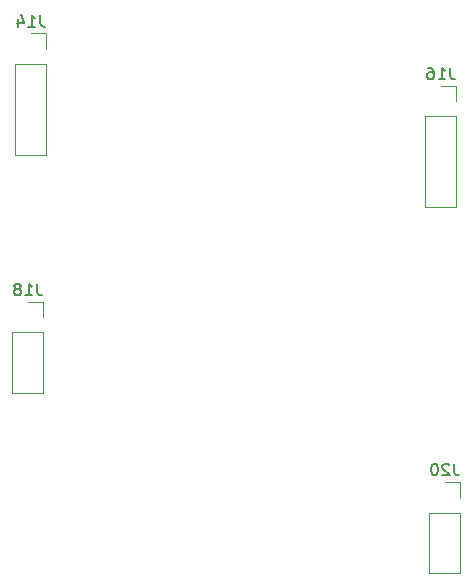
<source format=gbr>
%TF.GenerationSoftware,KiCad,Pcbnew,(6.0.4)*%
%TF.CreationDate,2022-06-07T17:20:58+01:00*%
%TF.ProjectId,control-board,636f6e74-726f-46c2-9d62-6f6172642e6b,rev?*%
%TF.SameCoordinates,Original*%
%TF.FileFunction,Legend,Bot*%
%TF.FilePolarity,Positive*%
%FSLAX46Y46*%
G04 Gerber Fmt 4.6, Leading zero omitted, Abs format (unit mm)*
G04 Created by KiCad (PCBNEW (6.0.4)) date 2022-06-07 17:20:58*
%MOMM*%
%LPD*%
G01*
G04 APERTURE LIST*
%ADD10C,0.150000*%
%ADD11C,0.120000*%
G04 APERTURE END LIST*
D10*
%TO.C,J14*%
X18467523Y-25696380D02*
X18467523Y-26410666D01*
X18515142Y-26553523D01*
X18610380Y-26648761D01*
X18753238Y-26696380D01*
X18848476Y-26696380D01*
X17467523Y-26696380D02*
X18038952Y-26696380D01*
X17753238Y-26696380D02*
X17753238Y-25696380D01*
X17848476Y-25839238D01*
X17943714Y-25934476D01*
X18038952Y-25982095D01*
X16610380Y-26029714D02*
X16610380Y-26696380D01*
X16848476Y-25648761D02*
X17086571Y-26363047D01*
X16467523Y-26363047D01*
%TO.C,J20*%
X53519523Y-63676380D02*
X53519523Y-64390666D01*
X53567142Y-64533523D01*
X53662380Y-64628761D01*
X53805238Y-64676380D01*
X53900476Y-64676380D01*
X53090952Y-63771619D02*
X53043333Y-63724000D01*
X52948095Y-63676380D01*
X52710000Y-63676380D01*
X52614761Y-63724000D01*
X52567142Y-63771619D01*
X52519523Y-63866857D01*
X52519523Y-63962095D01*
X52567142Y-64104952D01*
X53138571Y-64676380D01*
X52519523Y-64676380D01*
X51900476Y-63676380D02*
X51805238Y-63676380D01*
X51710000Y-63724000D01*
X51662380Y-63771619D01*
X51614761Y-63866857D01*
X51567142Y-64057333D01*
X51567142Y-64295428D01*
X51614761Y-64485904D01*
X51662380Y-64581142D01*
X51710000Y-64628761D01*
X51805238Y-64676380D01*
X51900476Y-64676380D01*
X51995714Y-64628761D01*
X52043333Y-64581142D01*
X52090952Y-64485904D01*
X52138571Y-64295428D01*
X52138571Y-64057333D01*
X52090952Y-63866857D01*
X52043333Y-63771619D01*
X51995714Y-63724000D01*
X51900476Y-63676380D01*
%TO.C,J18*%
X18213523Y-48430380D02*
X18213523Y-49144666D01*
X18261142Y-49287523D01*
X18356380Y-49382761D01*
X18499238Y-49430380D01*
X18594476Y-49430380D01*
X17213523Y-49430380D02*
X17784952Y-49430380D01*
X17499238Y-49430380D02*
X17499238Y-48430380D01*
X17594476Y-48573238D01*
X17689714Y-48668476D01*
X17784952Y-48716095D01*
X16642095Y-48858952D02*
X16737333Y-48811333D01*
X16784952Y-48763714D01*
X16832571Y-48668476D01*
X16832571Y-48620857D01*
X16784952Y-48525619D01*
X16737333Y-48478000D01*
X16642095Y-48430380D01*
X16451619Y-48430380D01*
X16356380Y-48478000D01*
X16308761Y-48525619D01*
X16261142Y-48620857D01*
X16261142Y-48668476D01*
X16308761Y-48763714D01*
X16356380Y-48811333D01*
X16451619Y-48858952D01*
X16642095Y-48858952D01*
X16737333Y-48906571D01*
X16784952Y-48954190D01*
X16832571Y-49049428D01*
X16832571Y-49239904D01*
X16784952Y-49335142D01*
X16737333Y-49382761D01*
X16642095Y-49430380D01*
X16451619Y-49430380D01*
X16356380Y-49382761D01*
X16308761Y-49335142D01*
X16261142Y-49239904D01*
X16261142Y-49049428D01*
X16308761Y-48954190D01*
X16356380Y-48906571D01*
X16451619Y-48858952D01*
%TO.C,J16*%
X53189523Y-30142380D02*
X53189523Y-30856666D01*
X53237142Y-30999523D01*
X53332380Y-31094761D01*
X53475238Y-31142380D01*
X53570476Y-31142380D01*
X52189523Y-31142380D02*
X52760952Y-31142380D01*
X52475238Y-31142380D02*
X52475238Y-30142380D01*
X52570476Y-30285238D01*
X52665714Y-30380476D01*
X52760952Y-30428095D01*
X51332380Y-30142380D02*
X51522857Y-30142380D01*
X51618095Y-30190000D01*
X51665714Y-30237619D01*
X51760952Y-30380476D01*
X51808571Y-30570952D01*
X51808571Y-30951904D01*
X51760952Y-31047142D01*
X51713333Y-31094761D01*
X51618095Y-31142380D01*
X51427619Y-31142380D01*
X51332380Y-31094761D01*
X51284761Y-31047142D01*
X51237142Y-30951904D01*
X51237142Y-30713809D01*
X51284761Y-30618571D01*
X51332380Y-30570952D01*
X51427619Y-30523333D01*
X51618095Y-30523333D01*
X51713333Y-30570952D01*
X51760952Y-30618571D01*
X51808571Y-30713809D01*
D11*
%TO.C,J14*%
X16328000Y-29844000D02*
X16328000Y-37524000D01*
X18988000Y-37524000D02*
X16328000Y-37524000D01*
X18988000Y-28574000D02*
X18988000Y-27244000D01*
X18988000Y-27244000D02*
X17658000Y-27244000D01*
X18988000Y-29844000D02*
X16328000Y-29844000D01*
X18988000Y-29844000D02*
X18988000Y-37524000D01*
%TO.C,J20*%
X54040000Y-66554000D02*
X54040000Y-65224000D01*
X54040000Y-72964000D02*
X51380000Y-72964000D01*
X54040000Y-67824000D02*
X51380000Y-67824000D01*
X51380000Y-67824000D02*
X51380000Y-72964000D01*
X54040000Y-65224000D02*
X52710000Y-65224000D01*
X54040000Y-67824000D02*
X54040000Y-72964000D01*
%TO.C,J18*%
X18734000Y-57718000D02*
X16074000Y-57718000D01*
X18734000Y-51308000D02*
X18734000Y-49978000D01*
X18734000Y-52578000D02*
X16074000Y-52578000D01*
X18734000Y-52578000D02*
X18734000Y-57718000D01*
X16074000Y-52578000D02*
X16074000Y-57718000D01*
X18734000Y-49978000D02*
X17404000Y-49978000D01*
%TO.C,J16*%
X53710000Y-34290000D02*
X53710000Y-41970000D01*
X53710000Y-33020000D02*
X53710000Y-31690000D01*
X53710000Y-31690000D02*
X52380000Y-31690000D01*
X51050000Y-34290000D02*
X51050000Y-41970000D01*
X53710000Y-34290000D02*
X51050000Y-34290000D01*
X53710000Y-41970000D02*
X51050000Y-41970000D01*
%TD*%
M02*

</source>
